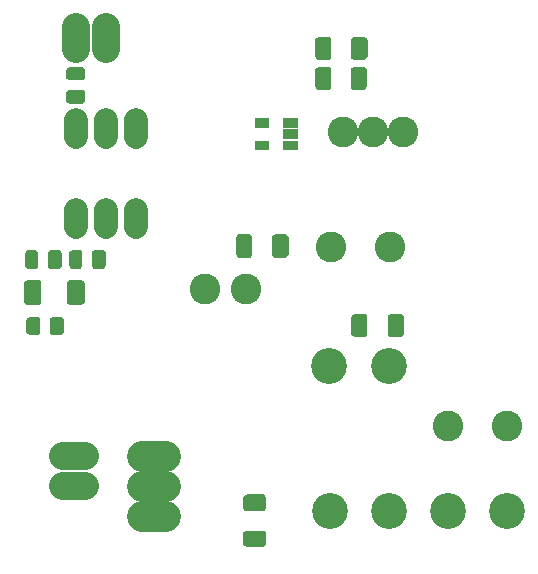
<source format=gbr>
%FSLAX32Y32*%
%MOMM*%
%LNLOETSTOP1*%
G71*
G01*
%ADD10C, 2.00*%
%ADD11C, 0.20*%
%ADD12C, 2.60*%
%ADD13C, 2.60*%
%ADD14C, 3.04*%
%ADD15C, 2.40*%
%LPD*%
G54D10*
X809Y3974D02*
X809Y3834D01*
G54D10*
X1063Y3975D02*
X1063Y3835D01*
G54D10*
X1317Y3975D02*
X1317Y3835D01*
G54D10*
X1317Y3213D02*
X1317Y3073D01*
G54D10*
X1063Y3213D02*
X1063Y3073D01*
G54D10*
X809Y3212D02*
X809Y3072D01*
G36*
X376Y2594D02*
X396Y2614D01*
X496Y2614D01*
X506Y2604D01*
X506Y2424D01*
X496Y2414D01*
X396Y2414D01*
X376Y2434D01*
X376Y2594D01*
G37*
G54D11*
X376Y2594D02*
X396Y2614D01*
X496Y2614D01*
X506Y2604D01*
X506Y2424D01*
X496Y2414D01*
X396Y2414D01*
X376Y2434D01*
X376Y2594D01*
G36*
X746Y2604D02*
X756Y2614D01*
X856Y2614D01*
X876Y2594D01*
X876Y2434D01*
X856Y2414D01*
X756Y2414D01*
X746Y2424D01*
X746Y2604D01*
G37*
G54D11*
X746Y2604D02*
X756Y2614D01*
X856Y2614D01*
X876Y2594D01*
X876Y2434D01*
X856Y2414D01*
X756Y2414D01*
X746Y2424D01*
X746Y2604D01*
G36*
X391Y2571D02*
X511Y2571D01*
X511Y2451D01*
X391Y2451D01*
X391Y2571D01*
G37*
G36*
X741Y2571D02*
X861Y2571D01*
X861Y2451D01*
X741Y2451D01*
X741Y2571D01*
G37*
G36*
X2329Y3721D02*
X2329Y3801D01*
X2449Y3801D01*
X2449Y3721D01*
X2329Y3721D01*
G37*
G36*
X2329Y3911D02*
X2329Y3991D01*
X2449Y3991D01*
X2449Y3911D01*
X2329Y3911D01*
G37*
G36*
X2567Y3721D02*
X2567Y3801D01*
X2687Y3801D01*
X2687Y3721D01*
X2567Y3721D01*
G37*
G36*
X2567Y3911D02*
X2567Y3991D01*
X2687Y3991D01*
X2687Y3911D01*
X2567Y3911D01*
G37*
G36*
X2567Y3816D02*
X2567Y3896D01*
X2687Y3896D01*
X2687Y3816D01*
X2567Y3816D01*
G37*
G54D12*
X1368Y1134D02*
X1568Y1134D01*
G54D12*
X1368Y880D02*
X1568Y880D01*
G54D12*
X1368Y626D02*
X1568Y626D01*
X3072Y3873D02*
G54D13*
D03*
X3326Y3873D02*
G54D13*
D03*
X3580Y3873D02*
G54D13*
D03*
X3466Y2897D02*
G54D13*
D03*
X2966Y2897D02*
G54D13*
D03*
X2961Y666D02*
G54D14*
D03*
X3461Y666D02*
G54D14*
D03*
X3961Y666D02*
G54D14*
D03*
X4461Y666D02*
G54D14*
D03*
G54D15*
X1062Y4580D02*
X1062Y4760D01*
G54D15*
X808Y4580D02*
X808Y4760D01*
G36*
X3271Y4514D02*
X3251Y4494D01*
X3161Y4494D01*
X3151Y4504D01*
X3151Y4664D01*
X3161Y4674D01*
X3251Y4674D01*
X3271Y4654D01*
X3271Y4514D01*
G37*
G54D11*
X3271Y4514D02*
X3251Y4494D01*
X3161Y4494D01*
X3151Y4504D01*
X3151Y4664D01*
X3161Y4674D01*
X3251Y4674D01*
X3271Y4654D01*
X3271Y4514D01*
G36*
X2961Y4509D02*
X2961Y4504D01*
X2951Y4494D01*
X2861Y4494D01*
X2841Y4514D01*
X2841Y4654D01*
X2861Y4674D01*
X2951Y4674D01*
X2961Y4664D01*
X2961Y4509D01*
G37*
G54D11*
X2961Y4509D02*
X2961Y4504D01*
X2951Y4494D01*
X2861Y4494D01*
X2841Y4514D01*
X2841Y4654D01*
X2861Y4674D01*
X2951Y4674D01*
X2961Y4664D01*
X2961Y4509D01*
G36*
X3266Y4529D02*
X3166Y4529D01*
X3166Y4639D01*
X3266Y4639D01*
X3266Y4529D01*
G37*
G36*
X2946Y4524D02*
X2846Y4524D01*
X2846Y4634D01*
X2946Y4634D01*
X2946Y4524D01*
G37*
G36*
X758Y4119D02*
X738Y4139D01*
X738Y4209D01*
X748Y4219D01*
X868Y4219D01*
X878Y4209D01*
X878Y4139D01*
X858Y4119D01*
X758Y4119D01*
G37*
G54D11*
X758Y4119D02*
X738Y4139D01*
X738Y4209D01*
X748Y4219D01*
X868Y4219D01*
X878Y4209D01*
X878Y4139D01*
X858Y4119D01*
X758Y4119D01*
G36*
X748Y4319D02*
X738Y4329D01*
X738Y4399D01*
X758Y4419D01*
X858Y4419D01*
X878Y4399D01*
X878Y4329D01*
X868Y4319D01*
X748Y4319D01*
G37*
G54D11*
X748Y4319D02*
X738Y4329D01*
X738Y4399D01*
X758Y4419D01*
X858Y4419D01*
X878Y4399D01*
X878Y4329D01*
X868Y4319D01*
X748Y4319D01*
G36*
X773Y4135D02*
X773Y4205D01*
X843Y4205D01*
X843Y4135D01*
X773Y4135D01*
G37*
G36*
X773Y4335D02*
X773Y4405D01*
X843Y4405D01*
X843Y4335D01*
X773Y4335D01*
G37*
G36*
X684Y2744D02*
X664Y2724D01*
X594Y2724D01*
X584Y2734D01*
X584Y2854D01*
X594Y2864D01*
X664Y2864D01*
X684Y2844D01*
X684Y2744D01*
G37*
G54D11*
X684Y2744D02*
X664Y2724D01*
X594Y2724D01*
X584Y2734D01*
X584Y2854D01*
X594Y2864D01*
X664Y2864D01*
X684Y2844D01*
X684Y2744D01*
G36*
X484Y2734D02*
X474Y2724D01*
X404Y2724D01*
X384Y2744D01*
X384Y2844D01*
X404Y2864D01*
X474Y2864D01*
X484Y2854D01*
X484Y2734D01*
G37*
G54D11*
X484Y2734D02*
X474Y2724D01*
X404Y2724D01*
X384Y2744D01*
X384Y2844D01*
X404Y2864D01*
X474Y2864D01*
X484Y2854D01*
X484Y2734D01*
G36*
X670Y2758D02*
X600Y2758D01*
X600Y2828D01*
X670Y2828D01*
X670Y2758D01*
G37*
G36*
X470Y2758D02*
X400Y2758D01*
X400Y2828D01*
X470Y2828D01*
X470Y2758D01*
G37*
G36*
X1057Y2746D02*
X1037Y2726D01*
X967Y2726D01*
X957Y2736D01*
X957Y2856D01*
X967Y2866D01*
X1037Y2866D01*
X1057Y2846D01*
X1057Y2746D01*
G37*
G54D11*
X1057Y2746D02*
X1037Y2726D01*
X967Y2726D01*
X957Y2736D01*
X957Y2856D01*
X967Y2866D01*
X1037Y2866D01*
X1057Y2846D01*
X1057Y2746D01*
G36*
X857Y2736D02*
X847Y2726D01*
X777Y2726D01*
X757Y2746D01*
X757Y2846D01*
X777Y2866D01*
X847Y2866D01*
X857Y2856D01*
X857Y2736D01*
G37*
G54D11*
X857Y2736D02*
X847Y2726D01*
X777Y2726D01*
X757Y2746D01*
X757Y2846D01*
X777Y2866D01*
X847Y2866D01*
X857Y2856D01*
X857Y2736D01*
G36*
X1042Y2762D02*
X972Y2762D01*
X972Y2832D01*
X1042Y2832D01*
X1042Y2762D01*
G37*
G36*
X842Y2762D02*
X772Y2762D01*
X772Y2832D01*
X842Y2832D01*
X842Y2762D01*
G37*
X2254Y2547D02*
G54D13*
D03*
X1904Y2547D02*
G54D13*
D03*
X2952Y1895D02*
G54D14*
D03*
X3460Y1895D02*
G54D14*
D03*
X4458Y1386D02*
G54D13*
D03*
X3958Y1386D02*
G54D13*
D03*
G36*
X3270Y4260D02*
X3250Y4240D01*
X3160Y4240D01*
X3150Y4250D01*
X3150Y4410D01*
X3160Y4420D01*
X3250Y4420D01*
X3270Y4400D01*
X3270Y4260D01*
G37*
G54D11*
X3270Y4260D02*
X3250Y4240D01*
X3160Y4240D01*
X3150Y4250D01*
X3150Y4410D01*
X3160Y4420D01*
X3250Y4420D01*
X3270Y4400D01*
X3270Y4260D01*
G36*
X2960Y4255D02*
X2960Y4250D01*
X2950Y4240D01*
X2860Y4240D01*
X2840Y4260D01*
X2840Y4400D01*
X2860Y4420D01*
X2950Y4420D01*
X2960Y4410D01*
X2960Y4255D01*
G37*
G54D11*
X2960Y4255D02*
X2960Y4250D01*
X2950Y4240D01*
X2860Y4240D01*
X2840Y4260D01*
X2840Y4400D01*
X2860Y4420D01*
X2950Y4420D01*
X2960Y4410D01*
X2960Y4255D01*
G36*
X3266Y4275D02*
X3166Y4275D01*
X3166Y4385D01*
X3266Y4385D01*
X3266Y4275D01*
G37*
G36*
X2946Y4270D02*
X2846Y4270D01*
X2846Y4380D01*
X2946Y4380D01*
X2946Y4270D01*
G37*
G54D15*
X884Y880D02*
X704Y880D01*
G54D15*
X884Y1134D02*
X704Y1134D01*
G36*
X2255Y368D02*
X2235Y388D01*
X2235Y478D01*
X2245Y488D01*
X2405Y488D01*
X2415Y478D01*
X2415Y388D01*
X2395Y368D01*
X2255Y368D01*
G37*
G54D11*
X2255Y368D02*
X2235Y388D01*
X2235Y478D01*
X2245Y488D01*
X2405Y488D01*
X2415Y478D01*
X2415Y388D01*
X2395Y368D01*
X2255Y368D01*
G36*
X2250Y678D02*
X2245Y678D01*
X2235Y688D01*
X2235Y778D01*
X2255Y798D01*
X2395Y798D01*
X2415Y778D01*
X2415Y688D01*
X2405Y678D01*
X2250Y678D01*
G37*
G54D11*
X2250Y678D02*
X2245Y678D01*
X2235Y688D01*
X2235Y778D01*
X2255Y798D01*
X2395Y798D01*
X2415Y778D01*
X2415Y688D01*
X2405Y678D01*
X2250Y678D01*
G36*
X2270Y373D02*
X2270Y473D01*
X2380Y473D01*
X2380Y373D01*
X2270Y373D01*
G37*
G36*
X2265Y693D02*
X2265Y793D01*
X2375Y793D01*
X2375Y693D01*
X2265Y693D01*
G37*
G36*
X2603Y2839D02*
X2583Y2819D01*
X2493Y2819D01*
X2483Y2829D01*
X2483Y2989D01*
X2493Y2999D01*
X2583Y2999D01*
X2603Y2979D01*
X2603Y2839D01*
G37*
G54D11*
X2603Y2839D02*
X2583Y2819D01*
X2493Y2819D01*
X2483Y2829D01*
X2483Y2989D01*
X2493Y2999D01*
X2583Y2999D01*
X2603Y2979D01*
X2603Y2839D01*
G36*
X2293Y2834D02*
X2293Y2829D01*
X2283Y2819D01*
X2193Y2819D01*
X2173Y2839D01*
X2173Y2979D01*
X2193Y2999D01*
X2283Y2999D01*
X2293Y2989D01*
X2293Y2834D01*
G37*
G54D11*
X2293Y2834D02*
X2293Y2829D01*
X2283Y2819D01*
X2193Y2819D01*
X2173Y2839D01*
X2173Y2979D01*
X2193Y2999D01*
X2283Y2999D01*
X2293Y2989D01*
X2293Y2834D01*
G36*
X2599Y2854D02*
X2499Y2854D01*
X2499Y2964D01*
X2599Y2964D01*
X2599Y2854D01*
G37*
G36*
X2279Y2849D02*
X2179Y2849D01*
X2179Y2959D01*
X2279Y2959D01*
X2279Y2849D01*
G37*
G36*
X3149Y2304D02*
X3169Y2324D01*
X3259Y2324D01*
X3269Y2314D01*
X3269Y2154D01*
X3259Y2144D01*
X3169Y2144D01*
X3149Y2164D01*
X3149Y2304D01*
G37*
G54D11*
X3149Y2304D02*
X3169Y2324D01*
X3259Y2324D01*
X3269Y2314D01*
X3269Y2154D01*
X3259Y2144D01*
X3169Y2144D01*
X3149Y2164D01*
X3149Y2304D01*
G36*
X3459Y2309D02*
X3459Y2314D01*
X3469Y2324D01*
X3559Y2324D01*
X3579Y2304D01*
X3579Y2164D01*
X3559Y2144D01*
X3469Y2144D01*
X3459Y2154D01*
X3459Y2309D01*
G37*
G54D11*
X3459Y2309D02*
X3459Y2314D01*
X3469Y2324D01*
X3559Y2324D01*
X3579Y2304D01*
X3579Y2164D01*
X3559Y2144D01*
X3469Y2144D01*
X3459Y2154D01*
X3459Y2309D01*
G36*
X3155Y2289D02*
X3255Y2289D01*
X3255Y2179D01*
X3155Y2179D01*
X3155Y2289D01*
G37*
G36*
X3475Y2294D02*
X3575Y2294D01*
X3575Y2184D01*
X3475Y2184D01*
X3475Y2294D01*
G37*
G36*
X700Y2180D02*
X680Y2160D01*
X610Y2160D01*
X600Y2170D01*
X600Y2290D01*
X610Y2300D01*
X680Y2300D01*
X700Y2280D01*
X700Y2180D01*
G37*
G54D11*
X700Y2180D02*
X680Y2160D01*
X610Y2160D01*
X600Y2170D01*
X600Y2290D01*
X610Y2300D01*
X680Y2300D01*
X700Y2280D01*
X700Y2180D01*
G36*
X500Y2170D02*
X490Y2160D01*
X420Y2160D01*
X400Y2180D01*
X400Y2280D01*
X420Y2300D01*
X490Y2300D01*
X500Y2290D01*
X500Y2170D01*
G37*
G54D11*
X500Y2170D02*
X490Y2160D01*
X420Y2160D01*
X400Y2180D01*
X400Y2280D01*
X420Y2300D01*
X490Y2300D01*
X500Y2290D01*
X500Y2170D01*
G36*
X686Y2195D02*
X616Y2195D01*
X616Y2265D01*
X686Y2265D01*
X686Y2195D01*
G37*
G36*
X486Y2195D02*
X416Y2195D01*
X416Y2265D01*
X486Y2265D01*
X486Y2195D01*
G37*
M02*

</source>
